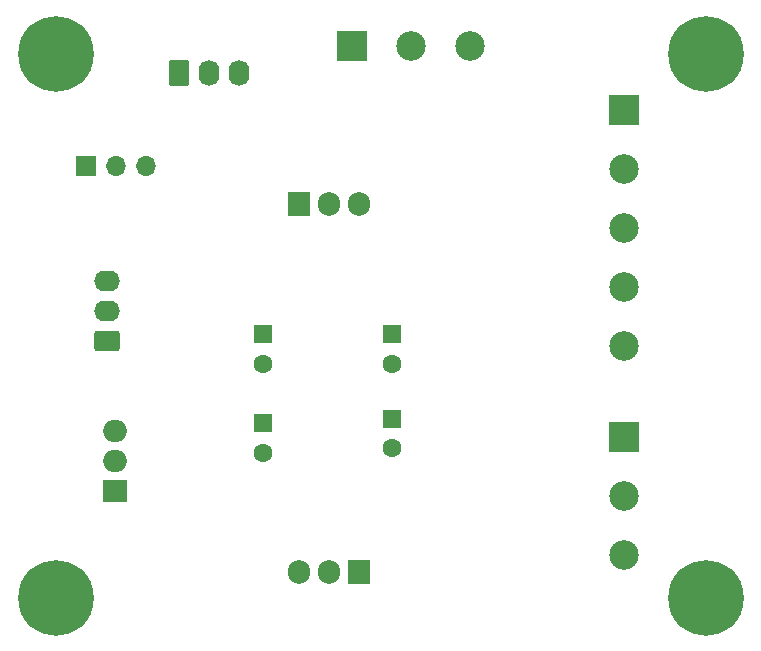
<source format=gbr>
%TF.GenerationSoftware,KiCad,Pcbnew,(6.0.6)*%
%TF.CreationDate,2022-07-29T16:28:39-07:00*%
%TF.ProjectId,ubitx power supply,75626974-7820-4706-9f77-657220737570,rev?*%
%TF.SameCoordinates,Original*%
%TF.FileFunction,Soldermask,Bot*%
%TF.FilePolarity,Negative*%
%FSLAX46Y46*%
G04 Gerber Fmt 4.6, Leading zero omitted, Abs format (unit mm)*
G04 Created by KiCad (PCBNEW (6.0.6)) date 2022-07-29 16:28:39*
%MOMM*%
%LPD*%
G01*
G04 APERTURE LIST*
G04 Aperture macros list*
%AMRoundRect*
0 Rectangle with rounded corners*
0 $1 Rounding radius*
0 $2 $3 $4 $5 $6 $7 $8 $9 X,Y pos of 4 corners*
0 Add a 4 corners polygon primitive as box body*
4,1,4,$2,$3,$4,$5,$6,$7,$8,$9,$2,$3,0*
0 Add four circle primitives for the rounded corners*
1,1,$1+$1,$2,$3*
1,1,$1+$1,$4,$5*
1,1,$1+$1,$6,$7*
1,1,$1+$1,$8,$9*
0 Add four rect primitives between the rounded corners*
20,1,$1+$1,$2,$3,$4,$5,0*
20,1,$1+$1,$4,$5,$6,$7,0*
20,1,$1+$1,$6,$7,$8,$9,0*
20,1,$1+$1,$8,$9,$2,$3,0*%
G04 Aperture macros list end*
%ADD10R,1.600000X1.600000*%
%ADD11C,1.600000*%
%ADD12R,2.000000X1.905000*%
%ADD13O,2.000000X1.905000*%
%ADD14R,2.500000X2.500000*%
%ADD15C,2.500000*%
%ADD16C,6.400000*%
%ADD17R,1.905000X2.000000*%
%ADD18O,1.905000X2.000000*%
%ADD19RoundRect,0.250000X0.845000X-0.620000X0.845000X0.620000X-0.845000X0.620000X-0.845000X-0.620000X0*%
%ADD20O,2.190000X1.740000*%
%ADD21RoundRect,0.250000X-0.620000X-0.845000X0.620000X-0.845000X0.620000X0.845000X-0.620000X0.845000X0*%
%ADD22O,1.740000X2.190000*%
%ADD23R,1.700000X1.700000*%
%ADD24O,1.700000X1.700000*%
G04 APERTURE END LIST*
D10*
%TO.C,C2*%
X136271000Y-94298888D03*
D11*
X136271000Y-96798888D03*
%TD*%
D12*
%TO.C,Q1*%
X112776000Y-100457000D03*
D13*
X112776000Y-97917000D03*
X112776000Y-95377000D03*
%TD*%
D10*
%TO.C,C4*%
X125349000Y-94679888D03*
D11*
X125349000Y-97179888D03*
%TD*%
D14*
%TO.C,J3*%
X155862000Y-68152000D03*
D15*
X155862000Y-73152000D03*
X155862000Y-78152000D03*
X155862000Y-83152000D03*
X155862000Y-88152000D03*
%TD*%
D16*
%TO.C,REF\u002A\u002A*%
X107807000Y-109449000D03*
%TD*%
D17*
%TO.C,U1*%
X128397000Y-76075224D03*
D18*
X130937000Y-76075224D03*
X133477000Y-76075224D03*
%TD*%
D14*
%TO.C,J4*%
X155862000Y-95838000D03*
D15*
X155862000Y-100838000D03*
X155862000Y-105838000D03*
%TD*%
D19*
%TO.C,J1*%
X112141000Y-87757000D03*
D20*
X112141000Y-85217000D03*
X112141000Y-82677000D03*
%TD*%
D16*
%TO.C,REF\u002A\u002A*%
X107807000Y-63374000D03*
%TD*%
D21*
%TO.C,J5*%
X118237000Y-65044000D03*
D22*
X120777000Y-65044000D03*
X123317000Y-65044000D03*
%TD*%
D10*
%TO.C,C1*%
X125349000Y-87122000D03*
D11*
X125349000Y-89622000D03*
%TD*%
D16*
%TO.C,REF\u002A\u002A*%
X162815000Y-63374000D03*
%TD*%
D10*
%TO.C,C3*%
X136271000Y-87122000D03*
D11*
X136271000Y-89622000D03*
%TD*%
D23*
%TO.C,JP1*%
X110363000Y-72898000D03*
D24*
X112903000Y-72898000D03*
X115443000Y-72898000D03*
%TD*%
D17*
%TO.C,U2*%
X133477000Y-107276224D03*
D18*
X130937000Y-107276224D03*
X128397000Y-107276224D03*
%TD*%
D16*
%TO.C,REF\u002A\u002A*%
X162815000Y-109449000D03*
%TD*%
D14*
%TO.C,J2*%
X132842000Y-62722000D03*
D15*
X137842000Y-62722000D03*
X142842000Y-62722000D03*
%TD*%
M02*

</source>
